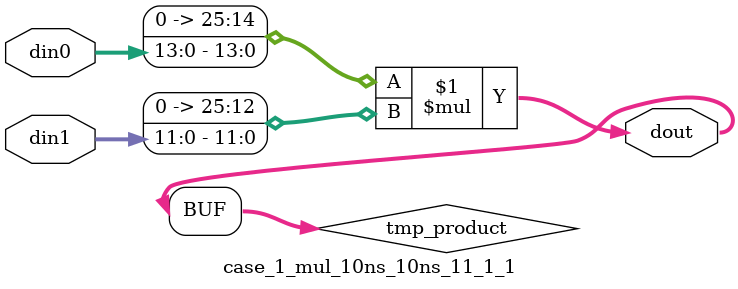
<source format=v>

`timescale 1 ns / 1 ps

 (* use_dsp = "no" *)  module case_1_mul_10ns_10ns_11_1_1(din0, din1, dout);
parameter ID = 1;
parameter NUM_STAGE = 0;
parameter din0_WIDTH = 14;
parameter din1_WIDTH = 12;
parameter dout_WIDTH = 26;

input [din0_WIDTH - 1 : 0] din0; 
input [din1_WIDTH - 1 : 0] din1; 
output [dout_WIDTH - 1 : 0] dout;

wire signed [dout_WIDTH - 1 : 0] tmp_product;
























assign tmp_product = $signed({1'b0, din0}) * $signed({1'b0, din1});











assign dout = tmp_product;





















endmodule

</source>
